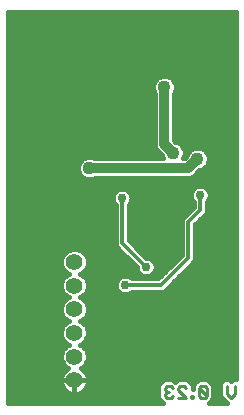
<source format=gbl>
G75*
G70*
%OFA0B0*%
%FSLAX24Y24*%
%IPPOS*%
%LPD*%
%AMOC8*
5,1,8,0,0,1.08239X$1,22.5*
%
%ADD10C,0.0100*%
%ADD11C,0.0555*%
%ADD12C,0.0160*%
%ADD13C,0.0300*%
%ADD14C,0.0120*%
%ADD15C,0.0436*%
%ADD16C,0.0320*%
D10*
X005391Y000597D02*
X005458Y000530D01*
X005592Y000530D01*
X005658Y000597D01*
X005525Y000730D02*
X005458Y000730D01*
X005391Y000663D01*
X005391Y000597D01*
X005458Y000730D02*
X005391Y000797D01*
X005391Y000864D01*
X005458Y000930D01*
X005592Y000930D01*
X005658Y000864D01*
X005852Y000864D02*
X005852Y000797D01*
X006119Y000530D01*
X005852Y000530D01*
X005852Y000864D02*
X005918Y000930D01*
X006052Y000930D01*
X006119Y000864D01*
X006282Y000597D02*
X006282Y000530D01*
X006349Y000530D01*
X006349Y000597D01*
X006282Y000597D01*
X006542Y000597D02*
X006609Y000530D01*
X006742Y000530D01*
X006809Y000597D01*
X006542Y000864D01*
X006542Y000597D01*
X006542Y000864D02*
X006609Y000930D01*
X006742Y000930D01*
X006809Y000864D01*
X006809Y000597D01*
X007463Y000663D02*
X007463Y000930D01*
X007463Y000663D02*
X007597Y000530D01*
X007730Y000663D01*
X007730Y000930D01*
D11*
X002389Y001111D03*
X002389Y001899D03*
X002389Y002686D03*
X002389Y003474D03*
X002389Y004261D03*
X002389Y005049D03*
D12*
X000180Y000360D02*
X000180Y013396D01*
X007770Y013396D01*
X007770Y001140D01*
X007643Y001140D01*
X007597Y001094D01*
X007550Y001140D01*
X007376Y001140D01*
X007253Y001017D01*
X007253Y000576D01*
X007376Y000453D01*
X007470Y000360D01*
X006869Y000360D01*
X006896Y000387D01*
X007019Y000510D01*
X007019Y000684D01*
X007019Y000777D01*
X007019Y000951D01*
X006952Y001017D01*
X006829Y001140D01*
X006522Y001140D01*
X006455Y001074D01*
X006332Y000951D01*
X006332Y000807D01*
X006329Y000807D01*
X006329Y000951D01*
X006139Y001140D01*
X005831Y001140D01*
X005755Y001064D01*
X005678Y001140D01*
X005371Y001140D01*
X005304Y001074D01*
X005181Y000951D01*
X005181Y000510D01*
X005248Y000443D01*
X005331Y000360D01*
X000180Y000360D01*
X000180Y000447D02*
X005245Y000447D01*
X005181Y000605D02*
X000180Y000605D01*
X000180Y000764D02*
X002090Y000764D01*
X002091Y000763D02*
X002149Y000720D01*
X002213Y000688D01*
X002282Y000665D01*
X002353Y000654D01*
X002389Y000654D01*
X002425Y000654D01*
X002496Y000665D01*
X002564Y000688D01*
X002628Y000720D01*
X002687Y000763D01*
X002738Y000813D01*
X002780Y000872D01*
X002813Y000936D01*
X002835Y001004D01*
X002846Y001075D01*
X002846Y001111D01*
X002389Y001111D01*
X002389Y000654D01*
X002389Y001111D01*
X002389Y001111D01*
X002389Y001112D01*
X002846Y001112D01*
X002846Y001148D01*
X002835Y001219D01*
X002813Y001287D01*
X002780Y001351D01*
X002738Y001410D01*
X002687Y001460D01*
X002628Y001503D01*
X002605Y001515D01*
X002636Y001528D01*
X002760Y001651D01*
X002826Y001812D01*
X002826Y001986D01*
X002760Y002147D01*
X002636Y002270D01*
X002581Y002293D01*
X002636Y002315D01*
X002760Y002438D01*
X002826Y002599D01*
X002826Y002773D01*
X002760Y002934D01*
X002636Y003057D01*
X002581Y003080D01*
X002636Y003103D01*
X002760Y003226D01*
X002826Y003387D01*
X002826Y003561D01*
X002760Y003722D01*
X002636Y003845D01*
X002581Y003867D01*
X002636Y003890D01*
X002760Y004013D01*
X002826Y004174D01*
X002826Y004348D01*
X002760Y004509D01*
X002636Y004632D01*
X002581Y004655D01*
X002636Y004678D01*
X002760Y004801D01*
X002826Y004961D01*
X002826Y005136D01*
X002760Y005296D01*
X002636Y005419D01*
X002476Y005486D01*
X002302Y005486D01*
X002141Y005419D01*
X002018Y005296D01*
X001951Y005136D01*
X001951Y004961D01*
X002018Y004801D01*
X002141Y004678D01*
X002196Y004655D01*
X002141Y004632D01*
X002018Y004509D01*
X001951Y004348D01*
X001951Y004174D01*
X002018Y004013D01*
X002141Y003890D01*
X002196Y003867D01*
X002141Y003845D01*
X002018Y003722D01*
X001951Y003561D01*
X001951Y003387D01*
X002018Y003226D01*
X002141Y003103D01*
X002196Y003080D01*
X002141Y003057D01*
X002018Y002934D01*
X001951Y002773D01*
X001951Y002599D01*
X002018Y002438D01*
X002141Y002315D01*
X002196Y002293D01*
X002141Y002270D01*
X002018Y002147D01*
X001951Y001986D01*
X001951Y001812D01*
X002018Y001651D01*
X002141Y001528D01*
X002173Y001515D01*
X002149Y001503D01*
X002091Y001460D01*
X002040Y001410D01*
X001997Y001351D01*
X001965Y001287D01*
X001942Y001219D01*
X001931Y001148D01*
X001931Y001112D01*
X002389Y001112D01*
X002389Y001111D01*
X001931Y001111D01*
X001931Y001075D01*
X001942Y001004D01*
X001965Y000936D01*
X001997Y000872D01*
X002040Y000813D01*
X002091Y000763D01*
X001972Y000922D02*
X000180Y000922D01*
X000180Y001081D02*
X001931Y001081D01*
X001949Y001239D02*
X000180Y001239D01*
X000180Y001398D02*
X002031Y001398D01*
X002113Y001556D02*
X000180Y001556D01*
X000180Y001715D02*
X001992Y001715D01*
X001951Y001873D02*
X000180Y001873D01*
X000180Y002032D02*
X001970Y002032D01*
X002061Y002190D02*
X000180Y002190D01*
X000180Y002349D02*
X002108Y002349D01*
X001989Y002507D02*
X000180Y002507D01*
X000180Y002666D02*
X001951Y002666D01*
X001972Y002824D02*
X000180Y002824D01*
X000180Y002983D02*
X002066Y002983D01*
X002103Y003141D02*
X000180Y003141D01*
X000180Y003300D02*
X001987Y003300D01*
X001951Y003458D02*
X000180Y003458D01*
X000180Y003617D02*
X001974Y003617D01*
X002071Y003775D02*
X000180Y003775D01*
X000180Y003934D02*
X002098Y003934D01*
X001985Y004092D02*
X000180Y004092D01*
X000180Y004251D02*
X001951Y004251D01*
X001976Y004409D02*
X000180Y004409D01*
X000180Y004568D02*
X002076Y004568D01*
X002092Y004726D02*
X000180Y004726D01*
X000180Y004885D02*
X001983Y004885D01*
X001951Y005043D02*
X000180Y005043D01*
X000180Y005202D02*
X001979Y005202D01*
X002081Y005360D02*
X000180Y005360D01*
X000180Y005519D02*
X003830Y005519D01*
X003889Y005460D02*
X004470Y004879D01*
X004470Y004818D01*
X004517Y004704D01*
X004604Y004617D01*
X004718Y004570D01*
X004842Y004570D01*
X004956Y004617D01*
X005043Y004704D01*
X005090Y004818D01*
X005090Y004942D01*
X005043Y005056D01*
X004956Y005143D01*
X004842Y005190D01*
X004781Y005190D01*
X004200Y005771D01*
X004200Y006962D01*
X004243Y007004D01*
X004290Y007118D01*
X004290Y007242D01*
X004243Y007356D01*
X004156Y007443D01*
X004042Y007490D01*
X003918Y007490D01*
X003804Y007443D01*
X003717Y007356D01*
X003670Y007242D01*
X003670Y007118D01*
X003717Y007004D01*
X003760Y006962D01*
X003760Y005589D01*
X003889Y005460D01*
X003989Y005360D02*
X002696Y005360D01*
X002799Y005202D02*
X004147Y005202D01*
X004306Y005043D02*
X002826Y005043D01*
X002794Y004885D02*
X004464Y004885D01*
X004508Y004726D02*
X002685Y004726D01*
X002701Y004568D02*
X003964Y004568D01*
X004018Y004590D02*
X003904Y004543D01*
X003817Y004456D01*
X003770Y004342D01*
X003770Y004218D01*
X003817Y004104D01*
X003904Y004017D01*
X004018Y003970D01*
X004142Y003970D01*
X004256Y004017D01*
X004298Y004060D01*
X005371Y004060D01*
X006271Y004960D01*
X006400Y005089D01*
X006400Y006289D01*
X006800Y006689D01*
X006800Y006871D01*
X006800Y007062D01*
X006843Y007104D01*
X006890Y007218D01*
X006890Y007342D01*
X006843Y007456D01*
X006756Y007543D01*
X006642Y007590D01*
X006518Y007590D01*
X006404Y007543D01*
X006317Y007456D01*
X006270Y007342D01*
X006270Y007218D01*
X006317Y007104D01*
X006360Y007062D01*
X006360Y006871D01*
X005960Y006471D01*
X005960Y005271D01*
X005189Y004500D01*
X004298Y004500D01*
X004256Y004543D01*
X004142Y004590D01*
X004018Y004590D01*
X004196Y004568D02*
X005256Y004568D01*
X005415Y004726D02*
X005052Y004726D01*
X005090Y004885D02*
X005573Y004885D01*
X005732Y005043D02*
X005048Y005043D01*
X004770Y005202D02*
X005890Y005202D01*
X005960Y005360D02*
X004611Y005360D01*
X004453Y005519D02*
X005960Y005519D01*
X005960Y005677D02*
X004294Y005677D01*
X004200Y005836D02*
X005960Y005836D01*
X005960Y005994D02*
X004200Y005994D01*
X004200Y006153D02*
X005960Y006153D01*
X005960Y006311D02*
X004200Y006311D01*
X004200Y006470D02*
X005960Y006470D01*
X006117Y006628D02*
X004200Y006628D01*
X004200Y006787D02*
X006275Y006787D01*
X006360Y006945D02*
X004200Y006945D01*
X004284Y007104D02*
X006318Y007104D01*
X006270Y007262D02*
X004282Y007262D01*
X004178Y007421D02*
X006303Y007421D01*
X006492Y007579D02*
X000180Y007579D01*
X000180Y007738D02*
X007770Y007738D01*
X007770Y007896D02*
X006331Y007896D01*
X006361Y007909D02*
X006244Y007860D01*
X003095Y007860D01*
X003094Y007859D01*
X002955Y007802D01*
X002805Y007802D01*
X002666Y007859D01*
X002559Y007966D01*
X002502Y008105D01*
X002502Y008255D01*
X002559Y008394D01*
X002666Y008501D01*
X002805Y008558D01*
X002955Y008558D01*
X003094Y008501D01*
X003095Y008500D01*
X005345Y008500D01*
X005302Y008605D01*
X005302Y008606D01*
X005199Y008709D01*
X005109Y008799D01*
X005060Y008916D01*
X005060Y010665D01*
X005059Y010666D01*
X005002Y010805D01*
X005002Y010955D01*
X005059Y011094D01*
X005166Y011201D01*
X005305Y011258D01*
X005455Y011258D01*
X005594Y011201D01*
X005701Y011094D01*
X005758Y010955D01*
X005758Y010805D01*
X005701Y010666D01*
X005700Y010665D01*
X005700Y009113D01*
X005754Y009058D01*
X005755Y009058D01*
X005894Y009001D01*
X006001Y008894D01*
X006058Y008755D01*
X006058Y008605D01*
X006015Y008500D01*
X006047Y008500D01*
X006102Y008554D01*
X006102Y008555D01*
X006159Y008694D01*
X006266Y008801D01*
X006405Y008858D01*
X006555Y008858D01*
X006694Y008801D01*
X006801Y008694D01*
X006858Y008555D01*
X006858Y008405D01*
X006801Y008266D01*
X006694Y008159D01*
X006555Y008102D01*
X006554Y008102D01*
X006361Y007909D01*
X006507Y008055D02*
X007770Y008055D01*
X007770Y008213D02*
X006748Y008213D01*
X006844Y008372D02*
X007770Y008372D01*
X007770Y008530D02*
X006858Y008530D01*
X006803Y008689D02*
X007770Y008689D01*
X007770Y008847D02*
X006582Y008847D01*
X006378Y008847D02*
X006020Y008847D01*
X006058Y008689D02*
X006157Y008689D01*
X006077Y008530D02*
X006027Y008530D01*
X005882Y009006D02*
X007770Y009006D01*
X007770Y009164D02*
X005700Y009164D01*
X005700Y009323D02*
X007770Y009323D01*
X007770Y009481D02*
X005700Y009481D01*
X005700Y009640D02*
X007770Y009640D01*
X007770Y009798D02*
X005700Y009798D01*
X005700Y009957D02*
X007770Y009957D01*
X007770Y010115D02*
X005700Y010115D01*
X005700Y010274D02*
X007770Y010274D01*
X007770Y010432D02*
X005700Y010432D01*
X005700Y010591D02*
X007770Y010591D01*
X007770Y010749D02*
X005735Y010749D01*
X005758Y010908D02*
X007770Y010908D01*
X007770Y011066D02*
X005712Y011066D01*
X005536Y011225D02*
X007770Y011225D01*
X007770Y011383D02*
X000180Y011383D01*
X000180Y011225D02*
X005224Y011225D01*
X005048Y011066D02*
X000180Y011066D01*
X000180Y010908D02*
X005002Y010908D01*
X005025Y010749D02*
X000180Y010749D01*
X000180Y010591D02*
X005060Y010591D01*
X005060Y010432D02*
X000180Y010432D01*
X000180Y010274D02*
X005060Y010274D01*
X005060Y010115D02*
X000180Y010115D01*
X000180Y009957D02*
X005060Y009957D01*
X005060Y009798D02*
X000180Y009798D01*
X000180Y009640D02*
X005060Y009640D01*
X005060Y009481D02*
X000180Y009481D01*
X000180Y009323D02*
X005060Y009323D01*
X005060Y009164D02*
X000180Y009164D01*
X000180Y009006D02*
X005060Y009006D01*
X005089Y008847D02*
X000180Y008847D01*
X000180Y008689D02*
X005219Y008689D01*
X005333Y008530D02*
X003023Y008530D01*
X002737Y008530D02*
X000180Y008530D01*
X000180Y008372D02*
X002550Y008372D01*
X002502Y008213D02*
X000180Y008213D01*
X000180Y008055D02*
X002523Y008055D01*
X002629Y007896D02*
X000180Y007896D01*
X000180Y007421D02*
X003782Y007421D01*
X003678Y007262D02*
X000180Y007262D01*
X000180Y007104D02*
X003676Y007104D01*
X003760Y006945D02*
X000180Y006945D01*
X000180Y006787D02*
X003760Y006787D01*
X003760Y006628D02*
X000180Y006628D01*
X000180Y006470D02*
X003760Y006470D01*
X003760Y006311D02*
X000180Y006311D01*
X000180Y006153D02*
X003760Y006153D01*
X003760Y005994D02*
X000180Y005994D01*
X000180Y005836D02*
X003760Y005836D01*
X003760Y005677D02*
X000180Y005677D01*
X002680Y003934D02*
X007770Y003934D01*
X007770Y004092D02*
X005403Y004092D01*
X005562Y004251D02*
X007770Y004251D01*
X007770Y004409D02*
X005720Y004409D01*
X005879Y004568D02*
X007770Y004568D01*
X007770Y004726D02*
X006037Y004726D01*
X006196Y004885D02*
X007770Y004885D01*
X007770Y005043D02*
X006354Y005043D01*
X006400Y005202D02*
X007770Y005202D01*
X007770Y005360D02*
X006400Y005360D01*
X006400Y005519D02*
X007770Y005519D01*
X007770Y005677D02*
X006400Y005677D01*
X006400Y005836D02*
X007770Y005836D01*
X007770Y005994D02*
X006400Y005994D01*
X006400Y006153D02*
X007770Y006153D01*
X007770Y006311D02*
X006422Y006311D01*
X006581Y006470D02*
X007770Y006470D01*
X007770Y006628D02*
X006739Y006628D01*
X006800Y006787D02*
X007770Y006787D01*
X007770Y006945D02*
X006800Y006945D01*
X006842Y007104D02*
X007770Y007104D01*
X007770Y007262D02*
X006890Y007262D01*
X006857Y007421D02*
X007770Y007421D01*
X007770Y007579D02*
X006668Y007579D01*
X007770Y003775D02*
X002706Y003775D01*
X002803Y003617D02*
X007770Y003617D01*
X007770Y003458D02*
X002826Y003458D01*
X002790Y003300D02*
X007770Y003300D01*
X007770Y003141D02*
X002675Y003141D01*
X002711Y002983D02*
X007770Y002983D01*
X007770Y002824D02*
X002805Y002824D01*
X002826Y002666D02*
X007770Y002666D01*
X007770Y002507D02*
X002788Y002507D01*
X002670Y002349D02*
X007770Y002349D01*
X007770Y002190D02*
X002716Y002190D01*
X002807Y002032D02*
X007770Y002032D01*
X007770Y001873D02*
X002826Y001873D01*
X002786Y001715D02*
X007770Y001715D01*
X007770Y001556D02*
X002664Y001556D01*
X002746Y001398D02*
X007770Y001398D01*
X007770Y001239D02*
X002828Y001239D01*
X002846Y001081D02*
X005311Y001081D01*
X005181Y000922D02*
X002806Y000922D01*
X002688Y000764D02*
X005181Y000764D01*
X005738Y001081D02*
X005772Y001081D01*
X006199Y001081D02*
X006462Y001081D01*
X006455Y001074D02*
X006455Y001074D01*
X006332Y000922D02*
X006329Y000922D01*
X006889Y001081D02*
X007316Y001081D01*
X007253Y000922D02*
X007019Y000922D01*
X007019Y000764D02*
X007253Y000764D01*
X007253Y000605D02*
X007019Y000605D01*
X006956Y000447D02*
X007383Y000447D01*
X003830Y004092D02*
X002792Y004092D01*
X002826Y004251D02*
X003770Y004251D01*
X003798Y004409D02*
X002801Y004409D01*
X002389Y001081D02*
X002389Y001081D01*
X002389Y000922D02*
X002389Y000922D01*
X002389Y000764D02*
X002389Y000764D01*
X000180Y011542D02*
X007770Y011542D01*
X007770Y011700D02*
X000180Y011700D01*
X000180Y011859D02*
X007770Y011859D01*
X007770Y012017D02*
X000180Y012017D01*
X000180Y012176D02*
X007770Y012176D01*
X007770Y012334D02*
X000180Y012334D01*
X000180Y012493D02*
X007770Y012493D01*
X007770Y012651D02*
X000180Y012651D01*
X000180Y012810D02*
X007770Y012810D01*
X007770Y012968D02*
X000180Y012968D01*
X000180Y013127D02*
X007770Y013127D01*
X007770Y013285D02*
X000180Y013285D01*
D13*
X003980Y007180D03*
X003280Y005280D03*
X004080Y004280D03*
X004780Y004880D03*
X006580Y007280D03*
D14*
X006580Y006780D01*
X006180Y006380D01*
X006180Y005180D01*
X005280Y004280D01*
X004080Y004280D01*
X004780Y004880D02*
X003980Y005680D01*
X003980Y007180D01*
D15*
X002880Y008180D03*
X005380Y010880D03*
X005680Y008680D03*
X006480Y008480D03*
D16*
X006180Y008180D01*
X002880Y008180D01*
X005380Y008980D02*
X005380Y010880D01*
X005380Y008980D02*
X005680Y008680D01*
M02*

</source>
